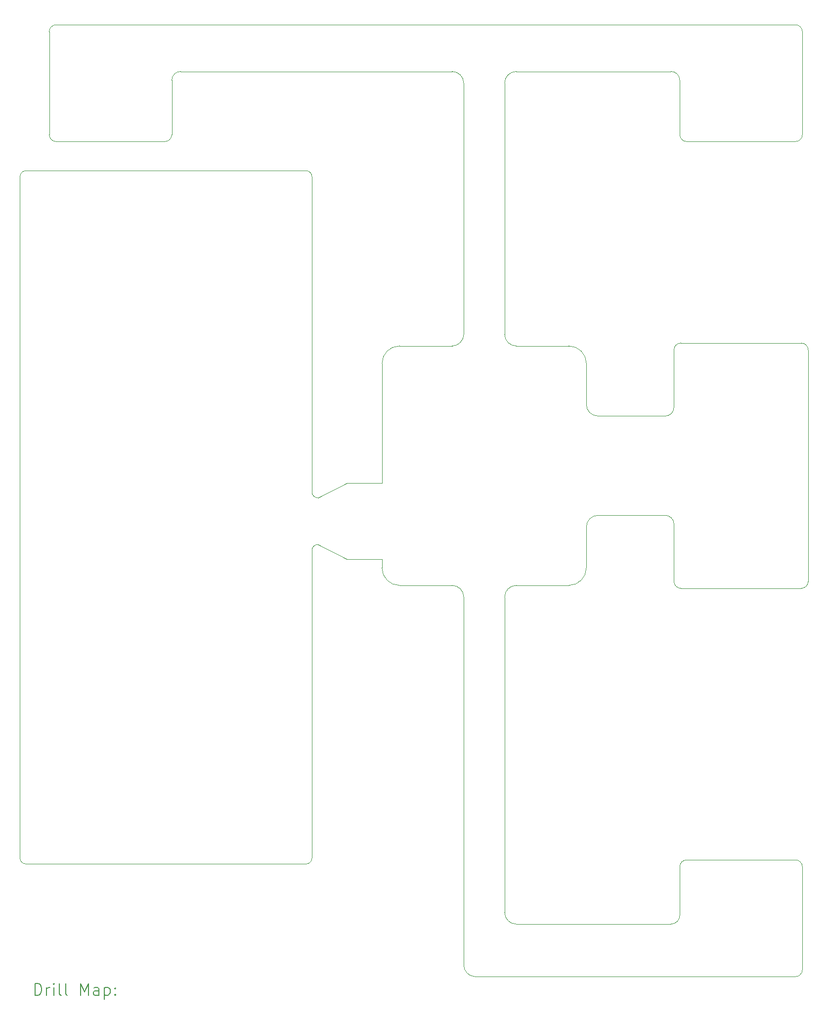
<source format=gbr>
%TF.GenerationSoftware,KiCad,Pcbnew,7.0.6*%
%TF.CreationDate,2023-08-25T15:25:52+01:00*%
%TF.ProjectId,gdp_flexible,6764705f-666c-4657-9869-626c652e6b69,1.0*%
%TF.SameCoordinates,Original*%
%TF.FileFunction,Drillmap*%
%TF.FilePolarity,Positive*%
%FSLAX45Y45*%
G04 Gerber Fmt 4.5, Leading zero omitted, Abs format (unit mm)*
G04 Created by KiCad (PCBNEW 7.0.6) date 2023-08-25 15:25:52*
%MOMM*%
%LPD*%
G01*
G04 APERTURE LIST*
%ADD10C,0.100000*%
%ADD11C,0.200000*%
G04 APERTURE END LIST*
D10*
X9500000Y-10150000D02*
X9000000Y-10400000D01*
X8900000Y-10300000D02*
G75*
G03*
X9000000Y-10400000I100000J0D01*
G01*
X9000000Y-11200000D02*
X9500000Y-11450000D01*
X9000000Y-11200000D02*
G75*
G03*
X8900000Y-11300000I0J-100000D01*
G01*
X10100000Y-10150000D02*
X9500000Y-10150000D01*
X10100000Y-11450000D02*
X9500000Y-11450000D01*
X10100000Y-11600000D02*
G75*
G03*
X10400000Y-11900000I300000J0D01*
G01*
X11500000Y-12100000D02*
G75*
G03*
X11300000Y-11900000I-200000J0D01*
G01*
X10100000Y-11450000D02*
X10100000Y-11600000D01*
X11300000Y-11900000D02*
X10400000Y-11900000D01*
X13800000Y-9000000D02*
X14950000Y-9000000D01*
X17300000Y-2420000D02*
G75*
G03*
X17180000Y-2300000I-120000J0D01*
G01*
X12200000Y-17500000D02*
X12200000Y-12100000D01*
X15100000Y-10850000D02*
G75*
G03*
X14950000Y-10700000I-150000J0D01*
G01*
X6380000Y-4300000D02*
G75*
G03*
X6500000Y-4180000I0J120000D01*
G01*
X13600000Y-8800000D02*
G75*
G03*
X13800000Y-9000000I200000J0D01*
G01*
X15320000Y-16600000D02*
G75*
G03*
X15200000Y-16720000I0J-120000D01*
G01*
X13930000Y-10700000D02*
X13800000Y-10700000D01*
X15220000Y-7750000D02*
X17280000Y-7750000D01*
X8900000Y-10300000D02*
X8900000Y-4900000D01*
X15050000Y-17700000D02*
X12400000Y-17700000D01*
X17300000Y-2420000D02*
X17300000Y-4180000D01*
X12400000Y-11900000D02*
G75*
G03*
X12200000Y-12100000I0J-200000D01*
G01*
X13600000Y-8100000D02*
G75*
G03*
X13300000Y-7800000I-300000J0D01*
G01*
X15320000Y-4300000D02*
X17180000Y-4300000D01*
X15200000Y-3250000D02*
G75*
G03*
X15050000Y-3100000I-150000J0D01*
G01*
X8800000Y-4800000D02*
X4000000Y-4800000D01*
X4400000Y-2420000D02*
X4400000Y-4180000D01*
X4520000Y-4300000D02*
X6380000Y-4300000D01*
X10100000Y-10150000D02*
X10100000Y-8100000D01*
X14950000Y-9000000D02*
G75*
G03*
X15100000Y-8850000I0J150000D01*
G01*
X6650000Y-3100000D02*
X11300000Y-3100000D01*
X17400000Y-7870000D02*
G75*
G03*
X17280000Y-7750000I-120000J0D01*
G01*
X17180000Y-4300000D02*
G75*
G03*
X17300000Y-4180000I0J120000D01*
G01*
X8800000Y-16670000D02*
G75*
G03*
X8900000Y-16570000I0J100000D01*
G01*
X8900000Y-16570000D02*
X8900000Y-11300000D01*
X13300000Y-11900000D02*
X12400000Y-11900000D01*
X11300000Y-7800000D02*
G75*
G03*
X11500000Y-7600000I0J200000D01*
G01*
X12400000Y-7800000D02*
X13300000Y-7800000D01*
X13800000Y-10700000D02*
G75*
G03*
X13600000Y-10900000I0J-200000D01*
G01*
X6500000Y-3250000D02*
X6500000Y-4180000D01*
X11500000Y-3300000D02*
G75*
G03*
X11300000Y-3100000I-200000J0D01*
G01*
X15200000Y-4180000D02*
G75*
G03*
X15320000Y-4300000I120000J0D01*
G01*
X17180000Y-2300000D02*
X12250000Y-2300000D01*
X3900000Y-4900000D02*
X3900000Y-16570000D01*
X17180000Y-18600000D02*
G75*
G03*
X17300000Y-18480000I0J120000D01*
G01*
X15100000Y-11830000D02*
G75*
G03*
X15220000Y-11950000I120000J0D01*
G01*
X11500000Y-18400000D02*
G75*
G03*
X11700000Y-18600000I200000J0D01*
G01*
X4520000Y-2300000D02*
G75*
G03*
X4400000Y-2420000I0J-120000D01*
G01*
X11500000Y-12100000D02*
X11500000Y-18400000D01*
X14950000Y-10700000D02*
X13930000Y-10700000D01*
X4400000Y-4180000D02*
G75*
G03*
X4520000Y-4300000I120000J0D01*
G01*
X4000000Y-16670000D02*
X8800000Y-16670000D01*
X17280000Y-11950000D02*
X15220000Y-11950000D01*
X13600000Y-8100000D02*
X13600000Y-8800000D01*
X12250000Y-2300000D02*
X11450000Y-2300000D01*
X15200000Y-16720000D02*
X15200000Y-17550000D01*
X15100000Y-10850000D02*
X15100000Y-11830000D01*
X15050000Y-17700000D02*
G75*
G03*
X15200000Y-17550000I0J150000D01*
G01*
X15200000Y-3250000D02*
X15200000Y-4180000D01*
X10400000Y-7800000D02*
G75*
G03*
X10100000Y-8100000I0J-300000D01*
G01*
X13600000Y-11330000D02*
X13600000Y-11600000D01*
X12200000Y-7600000D02*
X12200000Y-3300000D01*
X4000000Y-4800000D02*
G75*
G03*
X3900000Y-4900000I0J-100000D01*
G01*
X12200000Y-17500000D02*
G75*
G03*
X12400000Y-17700000I200000J0D01*
G01*
X13300000Y-11900000D02*
G75*
G03*
X13600000Y-11600000I0J300000D01*
G01*
X12200000Y-7600000D02*
G75*
G03*
X12400000Y-7800000I200000J0D01*
G01*
X10400000Y-7800000D02*
X11300000Y-7800000D01*
X11700000Y-18600000D02*
X17180000Y-18600000D01*
X15220000Y-7750000D02*
G75*
G03*
X15100000Y-7870000I0J-120000D01*
G01*
X17280000Y-11950000D02*
G75*
G03*
X17400000Y-11830000I0J120000D01*
G01*
X6650000Y-3100000D02*
G75*
G03*
X6500000Y-3250000I0J-150000D01*
G01*
X15100000Y-8850000D02*
X15100000Y-7870000D01*
X17400000Y-7870000D02*
X17400000Y-11830000D01*
X8900000Y-4900000D02*
G75*
G03*
X8800000Y-4800000I-100000J0D01*
G01*
X17300000Y-16720000D02*
G75*
G03*
X17180000Y-16600000I-120000J0D01*
G01*
X12400000Y-3100000D02*
G75*
G03*
X12200000Y-3300000I0J-200000D01*
G01*
X15320000Y-16600000D02*
X17180000Y-16600000D01*
X17300000Y-16720000D02*
X17300000Y-18480000D01*
X11500000Y-7600000D02*
X11500000Y-3300000D01*
X12400000Y-3100000D02*
X15050000Y-3100000D01*
X13600000Y-10900000D02*
X13600000Y-11330000D01*
X3900000Y-16570000D02*
G75*
G03*
X4000000Y-16670000I100000J0D01*
G01*
X11450000Y-2300000D02*
X4520000Y-2300000D01*
D11*
X4155777Y-18916484D02*
X4155777Y-18716484D01*
X4155777Y-18716484D02*
X4203396Y-18716484D01*
X4203396Y-18716484D02*
X4231967Y-18726008D01*
X4231967Y-18726008D02*
X4251015Y-18745055D01*
X4251015Y-18745055D02*
X4260539Y-18764103D01*
X4260539Y-18764103D02*
X4270063Y-18802198D01*
X4270063Y-18802198D02*
X4270063Y-18830770D01*
X4270063Y-18830770D02*
X4260539Y-18868865D01*
X4260539Y-18868865D02*
X4251015Y-18887912D01*
X4251015Y-18887912D02*
X4231967Y-18906960D01*
X4231967Y-18906960D02*
X4203396Y-18916484D01*
X4203396Y-18916484D02*
X4155777Y-18916484D01*
X4355777Y-18916484D02*
X4355777Y-18783150D01*
X4355777Y-18821246D02*
X4365301Y-18802198D01*
X4365301Y-18802198D02*
X4374824Y-18792674D01*
X4374824Y-18792674D02*
X4393872Y-18783150D01*
X4393872Y-18783150D02*
X4412920Y-18783150D01*
X4479586Y-18916484D02*
X4479586Y-18783150D01*
X4479586Y-18716484D02*
X4470063Y-18726008D01*
X4470063Y-18726008D02*
X4479586Y-18735531D01*
X4479586Y-18735531D02*
X4489110Y-18726008D01*
X4489110Y-18726008D02*
X4479586Y-18716484D01*
X4479586Y-18716484D02*
X4479586Y-18735531D01*
X4603396Y-18916484D02*
X4584348Y-18906960D01*
X4584348Y-18906960D02*
X4574824Y-18887912D01*
X4574824Y-18887912D02*
X4574824Y-18716484D01*
X4708158Y-18916484D02*
X4689110Y-18906960D01*
X4689110Y-18906960D02*
X4679586Y-18887912D01*
X4679586Y-18887912D02*
X4679586Y-18716484D01*
X4936729Y-18916484D02*
X4936729Y-18716484D01*
X4936729Y-18716484D02*
X5003396Y-18859341D01*
X5003396Y-18859341D02*
X5070063Y-18716484D01*
X5070063Y-18716484D02*
X5070063Y-18916484D01*
X5251015Y-18916484D02*
X5251015Y-18811722D01*
X5251015Y-18811722D02*
X5241491Y-18792674D01*
X5241491Y-18792674D02*
X5222444Y-18783150D01*
X5222444Y-18783150D02*
X5184348Y-18783150D01*
X5184348Y-18783150D02*
X5165301Y-18792674D01*
X5251015Y-18906960D02*
X5231967Y-18916484D01*
X5231967Y-18916484D02*
X5184348Y-18916484D01*
X5184348Y-18916484D02*
X5165301Y-18906960D01*
X5165301Y-18906960D02*
X5155777Y-18887912D01*
X5155777Y-18887912D02*
X5155777Y-18868865D01*
X5155777Y-18868865D02*
X5165301Y-18849817D01*
X5165301Y-18849817D02*
X5184348Y-18840293D01*
X5184348Y-18840293D02*
X5231967Y-18840293D01*
X5231967Y-18840293D02*
X5251015Y-18830770D01*
X5346253Y-18783150D02*
X5346253Y-18983150D01*
X5346253Y-18792674D02*
X5365301Y-18783150D01*
X5365301Y-18783150D02*
X5403396Y-18783150D01*
X5403396Y-18783150D02*
X5422444Y-18792674D01*
X5422444Y-18792674D02*
X5431967Y-18802198D01*
X5431967Y-18802198D02*
X5441491Y-18821246D01*
X5441491Y-18821246D02*
X5441491Y-18878389D01*
X5441491Y-18878389D02*
X5431967Y-18897436D01*
X5431967Y-18897436D02*
X5422444Y-18906960D01*
X5422444Y-18906960D02*
X5403396Y-18916484D01*
X5403396Y-18916484D02*
X5365301Y-18916484D01*
X5365301Y-18916484D02*
X5346253Y-18906960D01*
X5527205Y-18897436D02*
X5536729Y-18906960D01*
X5536729Y-18906960D02*
X5527205Y-18916484D01*
X5527205Y-18916484D02*
X5517682Y-18906960D01*
X5517682Y-18906960D02*
X5527205Y-18897436D01*
X5527205Y-18897436D02*
X5527205Y-18916484D01*
X5527205Y-18792674D02*
X5536729Y-18802198D01*
X5536729Y-18802198D02*
X5527205Y-18811722D01*
X5527205Y-18811722D02*
X5517682Y-18802198D01*
X5517682Y-18802198D02*
X5527205Y-18792674D01*
X5527205Y-18792674D02*
X5527205Y-18811722D01*
M02*

</source>
